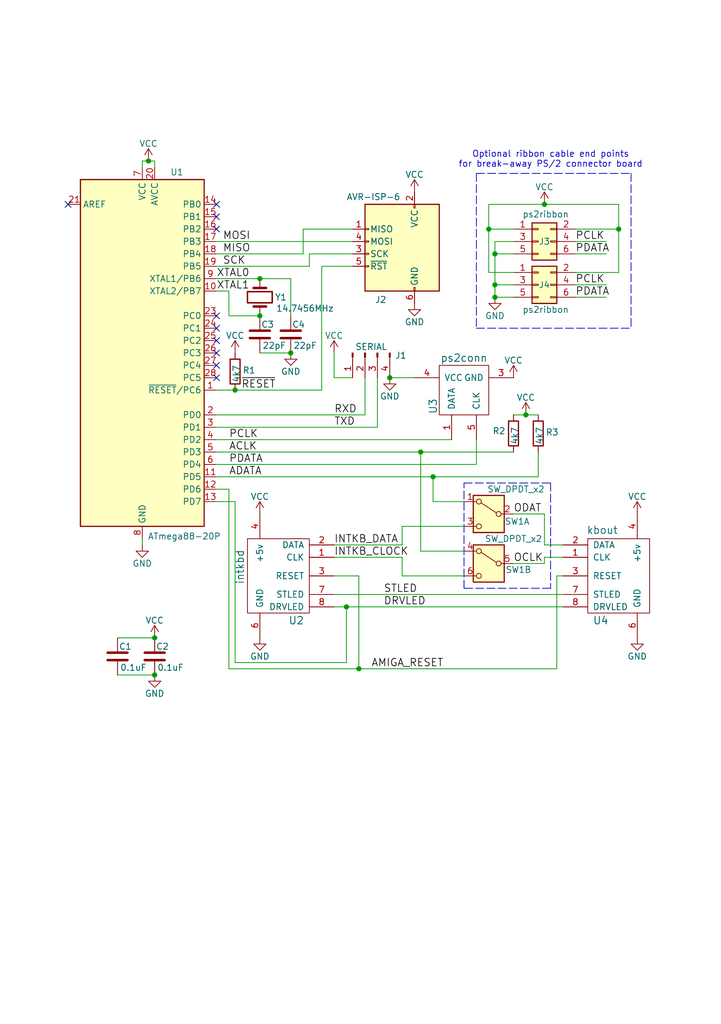
<source format=kicad_sch>
(kicad_sch (version 20231120) (generator "eeschema") (generator_version "8.0")
  (paper "A5" portrait)
  (title_block (title "Amiga A500 - PS/2 keyboard controller") (date "2025-05-20") (rev "2") (company "Mutant Stargoat") (comment 1 "Creative Commons Attribution Share-Alike (CC BY-SA)") (comment 2 "Copyright (C) 2017-2025 John Tsiombikas <nuclear@mutantstargoat.com>"))
  (lib_symbols
    (symbol "Connector:AVR-ISP-6" (pin_names (offset 1.016))
      (property "Reference" "J" (at -6.35 11.43 0))
      (property "Value" "AVR-ISP-6" (at 0 11.43 0))
      (symbol "AVR-ISP-6_0_1"
        (rectangle (start -2.667 -6.858) (end -2.413 -7.62))
        (rectangle (start -2.667 10.16) (end -2.413 9.398))
        (rectangle (start 7.62 -2.413) (end 6.858 -2.667))
        (rectangle (start 7.62 0.127) (end 6.858 -0.127))
        (rectangle (start 7.62 2.667) (end 6.858 2.413))
        (rectangle (start 7.62 5.207) (end 6.858 4.953))
        (rectangle (start 7.62 10.16) (end -7.62 -7.62) (stroke (width 0.254)) (fill (type background)))
      )
      (symbol "AVR-ISP-6_1_1"
        (pin passive line (at 10.16 5.08 180) (length 2.54) (name "MISO") (number "1"))
        (pin passive line (at -2.54 12.7 270) (length 2.54) (name "VCC") (number "2"))
        (pin passive line (at 10.16 0 180) (length 2.54) (name "SCK") (number "3"))
        (pin passive line (at 10.16 2.54 180) (length 2.54) (name "MOSI") (number "4"))
        (pin passive line (at 10.16 -2.54 180) (length 2.54) (name "~{RST}") (number "5"))
        (pin passive line (at -2.54 -10.16 90) (length 2.54) (name "GND") (number "6"))
      )
    )
    (symbol "Connector:Conn_01x04_Pin" (pin_names (offset 1.016) hide)
      (property "Reference" "J" (at 0 5.08 0))
      (property "Value" "Conn_01x04_Pin" (at 0 -7.62 0))
      (symbol "Conn_01x04_Pin_1_1"
        (polyline (pts (xy 1.27 -5.08) (xy 0.8636 -5.08)) (stroke (width 0.1524)))
        (polyline (pts (xy 1.27 -2.54) (xy 0.8636 -2.54)) (stroke (width 0.1524)))
        (polyline (pts (xy 1.27 0) (xy 0.8636 0)) (stroke (width 0.1524)))
        (polyline (pts (xy 1.27 2.54) (xy 0.8636 2.54)) (stroke (width 0.1524)))
        (rectangle (start 0.8636 -4.953) (end 0 -5.207) (stroke (width 0.1524)) (fill (type outline)))
        (rectangle (start 0.8636 -2.413) (end 0 -2.667) (stroke (width 0.1524)) (fill (type outline)))
        (rectangle (start 0.8636 0.127) (end 0 -0.127) (stroke (width 0.1524)) (fill (type outline)))
        (rectangle (start 0.8636 2.667) (end 0 2.413) (stroke (width 0.1524)) (fill (type outline)))
        (pin passive line (at 5.08 2.54 180) (length 3.81) (name "Pin_1") (number "1"))
        (pin passive line (at 5.08 0 180) (length 3.81) (name "Pin_2") (number "2"))
        (pin passive line (at 5.08 -2.54 180) (length 3.81) (name "Pin_3") (number "3"))
        (pin passive line (at 5.08 -5.08 180) (length 3.81) (name "Pin_4") (number "4"))
      )
    )
    (symbol "Connector_Generic:Conn_02x03_Odd_Even" (pin_names (offset 1.016) hide)
      (property "Reference" "J" (at 1.27 5.08 0))
      (property "Value" "Conn_02x03_Odd_Even" (at 1.27 -5.08 0))
      (symbol "Conn_02x03_Odd_Even_1_1"
        (rectangle (start -1.27 -2.413) (end 0 -2.667) (stroke (width 0.1524)))
        (rectangle (start -1.27 0.127) (end 0 -0.127) (stroke (width 0.1524)))
        (rectangle (start -1.27 2.667) (end 0 2.413) (stroke (width 0.1524)))
        (rectangle (start -1.27 3.81) (end 3.81 -3.81) (stroke (width 0.254)) (fill (type background)))
        (rectangle (start 3.81 -2.413) (end 2.54 -2.667) (stroke (width 0.1524)))
        (rectangle (start 3.81 0.127) (end 2.54 -0.127) (stroke (width 0.1524)))
        (rectangle (start 3.81 2.667) (end 2.54 2.413) (stroke (width 0.1524)))
        (pin passive line (at -5.08 2.54 0) (length 3.81) (name "Pin_1") (number "1"))
        (pin passive line (at 7.62 2.54 180) (length 3.81) (name "Pin_2") (number "2"))
        (pin passive line (at -5.08 0 0) (length 3.81) (name "Pin_3") (number "3"))
        (pin passive line (at 7.62 0 180) (length 3.81) (name "Pin_4") (number "4"))
        (pin passive line (at -5.08 -2.54 0) (length 3.81) (name "Pin_5") (number "5"))
        (pin passive line (at 7.62 -2.54 180) (length 3.81) (name "Pin_6") (number "6"))
      )
    )
    (symbol "Device:C" (pin_numbers hide) (pin_names (offset 0.254))
      (property "Reference" "C" (at 0.635 2.54 0))
      (property "Value" "C" (at 0.635 -2.54 0))
      (symbol "C_0_1"
        (polyline (pts (xy -2.032 -0.762) (xy 2.032 -0.762)) (stroke (width 0.508)))
        (polyline (pts (xy -2.032 0.762) (xy 2.032 0.762)) (stroke (width 0.508)))
      )
      (symbol "C_1_1"
        (pin passive line (at 0 3.81 270) (length 2.794) (name "~") (number "1"))
        (pin passive line (at 0 -3.81 90) (length 2.794) (name "~") (number "2"))
      )
    )
    (symbol "Device:Crystal" (pin_numbers hide) (pin_names (offset 1.016) hide)
      (property "Reference" "Y" (at 0 3.81 0))
      (property "Value" "Crystal" (at 0 -3.81 0))
      (symbol "Crystal_0_1"
        (rectangle (start -1.143 2.54) (end 1.143 -2.54) (stroke (width 0.3048)))
        (polyline (pts (xy -2.54 0) (xy -1.905 0)))
        (polyline (pts (xy -1.905 -1.27) (xy -1.905 1.27)) (stroke (width 0.508)))
        (polyline (pts (xy 1.905 -1.27) (xy 1.905 1.27)) (stroke (width 0.508)))
        (polyline (pts (xy 2.54 0) (xy 1.905 0)))
      )
      (symbol "Crystal_1_1"
        (pin passive line (at -3.81 0 0) (length 1.27) (name "1") (number "1"))
        (pin passive line (at 3.81 0 180) (length 1.27) (name "2") (number "2"))
      )
    )
    (symbol "Device:R" (pin_numbers hide) (pin_names (offset 0))
      (property "Reference" "R" (at 2.032 0 90))
      (property "Value" "R" (at 0 0 90))
      (symbol "R_0_1"
        (rectangle (start -1.016 -2.54) (end 1.016 2.54) (stroke (width 0.254)))
      )
      (symbol "R_1_1"
        (pin passive line (at 0 3.81 270) (length 1.27) (name "~") (number "1"))
        (pin passive line (at 0 -3.81 90) (length 1.27) (name "~") (number "2"))
      )
    )
    (symbol "MCU_Microchip_ATmega:ATmega88-20P"
      (property "Reference" "U" (at -12.7 36.83 0))
      (property "Value" "ATmega88-20P" (at 2.54 -36.83 0))
      (symbol "ATmega88-20P_0_1"
        (rectangle (start -12.7 -35.56) (end 12.7 35.56) (stroke (width 0.254)) (fill (type background)))
      )
      (symbol "ATmega88-20P_1_1"
        (pin bidirectional line (at 15.24 -7.62 180) (length 2.54) (name "~{RESET}/PC6") (number "1"))
        (pin bidirectional line (at 15.24 12.7 180) (length 2.54) (name "XTAL2/PB7") (number "10"))
        (pin bidirectional line (at 15.24 -25.4 180) (length 2.54) (name "PD5") (number "11"))
        (pin bidirectional line (at 15.24 -27.94 180) (length 2.54) (name "PD6") (number "12"))
        (pin bidirectional line (at 15.24 -30.48 180) (length 2.54) (name "PD7") (number "13"))
        (pin bidirectional line (at 15.24 30.48 180) (length 2.54) (name "PB0") (number "14"))
        (pin bidirectional line (at 15.24 27.94 180) (length 2.54) (name "PB1") (number "15"))
        (pin bidirectional line (at 15.24 25.4 180) (length 2.54) (name "PB2") (number "16"))
        (pin bidirectional line (at 15.24 22.86 180) (length 2.54) (name "PB3") (number "17"))
        (pin bidirectional line (at 15.24 20.32 180) (length 2.54) (name "PB4") (number "18"))
        (pin bidirectional line (at 15.24 17.78 180) (length 2.54) (name "PB5") (number "19"))
        (pin bidirectional line (at 15.24 -12.7 180) (length 2.54) (name "PD0") (number "2"))
        (pin power_in line (at 2.54 38.1 270) (length 2.54) (name "AVCC") (number "20"))
        (pin passive line (at -15.24 30.48 0) (length 2.54) (name "AREF") (number "21"))
        (pin passive line (at 0 -38.1 90) (length 2.54) hide (name "GND") (number "22"))
        (pin bidirectional line (at 15.24 7.62 180) (length 2.54) (name "PC0") (number "23"))
        (pin bidirectional line (at 15.24 5.08 180) (length 2.54) (name "PC1") (number "24"))
        (pin bidirectional line (at 15.24 2.54 180) (length 2.54) (name "PC2") (number "25"))
        (pin bidirectional line (at 15.24 0 180) (length 2.54) (name "PC3") (number "26"))
        (pin bidirectional line (at 15.24 -2.54 180) (length 2.54) (name "PC4") (number "27"))
        (pin bidirectional line (at 15.24 -5.08 180) (length 2.54) (name "PC5") (number "28"))
        (pin bidirectional line (at 15.24 -15.24 180) (length 2.54) (name "PD1") (number "3"))
        (pin bidirectional line (at 15.24 -17.78 180) (length 2.54) (name "PD2") (number "4"))
        (pin bidirectional line (at 15.24 -20.32 180) (length 2.54) (name "PD3") (number "5"))
        (pin bidirectional line (at 15.24 -22.86 180) (length 2.54) (name "PD4") (number "6"))
        (pin power_in line (at 0 38.1 270) (length 2.54) (name "VCC") (number "7"))
        (pin power_in line (at 0 -38.1 90) (length 2.54) (name "GND") (number "8"))
        (pin bidirectional line (at 15.24 15.24 180) (length 2.54) (name "XTAL1/PB6") (number "9"))
      )
    )
    (symbol "Switch:SW_DPDT_x2" (pin_names (offset 0) hide)
      (property "Reference" "SW" (at 0 5.08 0))
      (property "Value" "SW_DPDT_x2" (at 0 -5.08 0))
      (symbol "SW_DPDT_x2_0_0"
        (circle (center -2.032 0) (radius 0.508))
        (circle (center 2.032 -2.54) (radius 0.508))
      )
      (symbol "SW_DPDT_x2_0_1"
        (rectangle (start -3.175 3.81) (end 3.175 -3.81) (stroke (width 0.254)) (fill (type background)))
        (polyline (pts (xy -1.524 0.254) (xy 1.5748 2.286)))
        (circle (center 2.032 2.54) (radius 0.508))
      )
      (symbol "SW_DPDT_x2_1_1"
        (pin passive line (at 5.08 2.54 180) (length 2.54) (name "A") (number "1"))
        (pin passive line (at -5.08 0 0) (length 2.54) (name "B") (number "2"))
        (pin passive line (at 5.08 -2.54 180) (length 2.54) (name "C") (number "3"))
      )
      (symbol "SW_DPDT_x2_2_1"
        (pin passive line (at 5.08 2.54 180) (length 2.54) (name "A") (number "4"))
        (pin passive line (at -5.08 0 0) (length 2.54) (name "B") (number "5"))
        (pin passive line (at 5.08 -2.54 180) (length 2.54) (name "C") (number "6"))
      )
    )
    (symbol "a500kbd:a500kbd_conn" (pin_names (offset 1.016))
      (property "Reference" "U2" (at -6.35 -10.16 0))
      (property "Value" "intkbd" (at 6.35 1.27 90))
      (symbol "a500kbd_conn_0_1"
        (rectangle (start -7.62 6.35) (end 5.08 -8.89))
      )
      (symbol "a500kbd_conn_1_1"
        (pin passive line (at -12.7 2.54 0) (length 5.08) (name "CLK") (number "1"))
        (pin passive line (at -12.7 5.08 0) (length 5.08) (name "DATA") (number "2"))
        (pin passive line (at -12.7 -1.27 0) (length 5.08) (name "RESET") (number "3"))
        (pin passive line (at 2.54 11.43 270) (length 5.08) (name "+5v") (number "4"))
        (pin no_connect line (at 0 0 90) (length 5.08) hide (name "") (number "5"))
        (pin passive line (at 2.54 -13.97 90) (length 5.08) (name "GND") (number "6"))
        (pin passive line (at -12.7 -5.08 0) (length 5.08) (name "STLED") (number "7"))
        (pin passive line (at -12.7 -7.62 0) (length 5.08) (name "DRVLED") (number "8"))
      )
    )
    (symbol "a500kbd:ps2conn" (pin_names (offset 1.016))
      (property "Reference" "U3" (at -6.35 -6.35 0))
      (property "Value" "ps2conn" (at 3.81 0 90))
      (symbol "ps2conn_0_1"
        (rectangle (start -7.62 5.08) (end 2.54 -5.08))
      )
      (symbol "ps2conn_1_1"
        (pin open_collector line (at -12.7 2.54 0) (length 5.08) (name "DATA") (number "1"))
        (pin no_connect line (at -3.81 -5.08 90) (length 2.54) hide (name "") (number "2"))
        (pin power_out line (at 0 -10.16 90) (length 5.08) (name "GND") (number "3"))
        (pin power_out line (at 0 10.16 270) (length 5.08) (name "VCC") (number "4"))
        (pin open_collector line (at -12.7 -2.54 0) (length 5.08) (name "CLK") (number "5"))
        (pin no_connect line (at -2.54 -5.08 90) (length 2.54) hide (name "") (number "6"))
      )
    )
    (symbol "a500kbd_conn_1" (pin_names (offset 1.016))
      (property "Reference" "U2" (at -6.35 -10.16 0))
      (property "Value" "intkbd" (at 6.35 1.27 90))
      (symbol "a500kbd_conn_1_0_1"
        (rectangle (start -7.62 6.35) (end 5.08 -8.89))
      )
      (symbol "a500kbd_conn_1_1_1"
        (pin passive line (at -12.7 2.54 0) (length 5.08) (name "CLK") (number "1"))
        (pin passive line (at -12.7 5.08 0) (length 5.08) (name "DATA") (number "2"))
        (pin passive line (at -12.7 -1.27 0) (length 5.08) (name "RESET") (number "3"))
        (pin passive line (at 2.54 11.43 270) (length 5.08) (name "+5v") (number "4"))
        (pin no_connect line (at 0 0 90) (length 5.08) hide (name "") (number "5"))
        (pin passive line (at 2.54 -13.97 90) (length 5.08) (name "GND") (number "6"))
        (pin passive line (at -12.7 -5.08 0) (length 5.08) (name "STLED") (number "7"))
        (pin passive line (at -12.7 -7.62 0) (length 5.08) (name "DRVLED") (number "8"))
      )
    )
    (symbol "power:GND" (power) (pin_numbers hide) (pin_names (offset 0) hide)
      (property "Value" "GND" (at 0 -3.81 0))
      (symbol "GND_0_1"
        (polyline (pts (xy 0 0) (xy 0 -1.27) (xy 1.27 -1.27) (xy 0 -2.54) (xy -1.27 -1.27) (xy 0 -1.27)))
      )
      (symbol "GND_1_1"
        (pin power_in line (at 0 0 270) (length 0) (name "~") (number "1"))
      )
    )
    (symbol "power:VCC" (power) (pin_numbers hide) (pin_names (offset 0) hide)
      (property "Value" "VCC" (at 0 3.556 0))
      (symbol "VCC_0_1"
        (polyline (pts (xy -0.762 1.27) (xy 0 2.54)))
        (polyline (pts (xy 0 0) (xy 0 2.54)))
        (polyline (pts (xy 0 2.54) (xy 0.762 1.27)))
      )
      (symbol "VCC_1_1"
        (pin power_in line (at 0 0 90) (length 0) (name "~") (number "1"))
      )
    )
  )
  (junction (at 71.12 124.46))
  (junction (at 101.6 52.07))
  (junction (at 107.95 85.09))
  (junction (at 53.34 64.77))
  (junction (at 53.34 57.15))
  (junction (at 86.36 92.71))
  (junction (at 31.75 130.81))
  (junction (at 48.26 80.01))
  (junction (at 127 46.99))
  (junction (at 111.76 41.91))
  (junction (at 59.69 72.39))
  (junction (at 88.9 97.79))
  (junction (at 30.48 33.02))
  (junction (at 100.33 46.99))
  (junction (at 31.75 138.43))
  (junction (at 101.6 60.96))
  (junction (at 101.6 58.42))
  (junction (at 73.66 137.16))
  (junction (at 80.01 77.47))
  (no_connect (at 44.45 77.47))
  (no_connect (at 44.45 69.85))
  (no_connect (at 44.45 46.99))
  (no_connect (at 44.45 64.77))
  (no_connect (at 44.45 44.45))
  (no_connect (at 13.97 41.91))
  (no_connect (at 44.45 41.91))
  (no_connect (at 44.45 72.39))
  (no_connect (at 44.45 74.93))
  (no_connect (at 44.45 67.31))
  (wire (pts (xy 44.45 97.79) (xy 88.9 97.79)))
  (wire (pts (xy 107.95 85.09) (xy 110.49 85.09)))
  (wire (pts (xy 63.5 52.07) (xy 72.39 52.07)))
  (wire (pts (xy 82.55 111.76) (xy 82.55 107.95)))
  (wire (pts (xy 44.45 92.71) (xy 86.36 92.71)))
  (wire (pts (xy 114.3 137.16) (xy 73.66 137.16)))
  (polyline (pts (xy 113.03 120.65) (xy 95.25 120.65)) (stroke (width 0) (type dash)))
  (wire (pts (xy 68.58 114.3) (xy 82.55 114.3)))
  (polyline (pts (xy 95.25 99.06) (xy 113.03 99.06)) (stroke (width 0) (type dash)))
  (wire (pts (xy 72.39 77.47) (xy 68.58 77.47)))
  (polyline (pts (xy 97.79 35.56) (xy 97.79 67.31)) (stroke (width 0) (type dash)))
  (wire (pts (xy 44.45 85.09) (xy 74.93 85.09)))
  (wire (pts (xy 88.9 102.87) (xy 95.25 102.87)))
  (wire (pts (xy 82.55 114.3) (xy 82.55 118.11)))
  (wire (pts (xy 118.11 52.07) (xy 124.46 52.07)))
  (wire (pts (xy 105.41 105.41) (xy 111.76 105.41)))
  (wire (pts (xy 105.41 52.07) (xy 101.6 52.07)))
  (wire (pts (xy 29.21 111.76) (xy 29.21 110.49)))
  (polyline (pts (xy 97.79 67.31) (xy 129.54 67.31)) (stroke (width 0) (type dash)))
  (wire (pts (xy 82.55 107.95) (xy 95.25 107.95)))
  (wire (pts (xy 44.45 49.53) (xy 72.39 49.53)))
  (polyline (pts (xy 97.79 35.56) (xy 129.54 35.56)) (stroke (width 0) (type dash)))
  (wire (pts (xy 101.6 49.53) (xy 101.6 52.07)))
  (wire (pts (xy 44.45 57.15) (xy 53.34 57.15)))
  (wire (pts (xy 82.55 118.11) (xy 95.25 118.11)))
  (wire (pts (xy 111.76 111.76) (xy 115.57 111.76)))
  (wire (pts (xy 127 55.88) (xy 127 46.99)))
  (wire (pts (xy 68.58 77.47) (xy 68.58 72.39)))
  (wire (pts (xy 118.11 46.99) (xy 127 46.99)))
  (polyline (pts (xy 95.25 120.65) (xy 95.25 99.06)) (stroke (width 0) (type dash)))
  (wire (pts (xy 114.3 137.16) (xy 114.3 118.11)))
  (wire (pts (xy 30.48 33.02) (xy 31.75 33.02)))
  (wire (pts (xy 46.99 100.33) (xy 46.99 137.16)))
  (wire (pts (xy 111.76 105.41) (xy 111.76 111.76)))
  (wire (pts (xy 63.5 54.61) (xy 63.5 52.07)))
  (wire (pts (xy 100.33 46.99) (xy 100.33 41.91)))
  (wire (pts (xy 110.49 97.79) (xy 110.49 92.71)))
  (wire (pts (xy 29.21 34.29) (xy 29.21 33.02)))
  (wire (pts (xy 114.3 118.11) (xy 115.57 118.11)))
  (wire (pts (xy 111.76 114.3) (xy 115.57 114.3)))
  (wire (pts (xy 62.23 46.99) (xy 62.23 52.07)))
  (wire (pts (xy 44.45 102.87) (xy 48.26 102.87)))
  (wire (pts (xy 127 41.91) (xy 127 46.99)))
  (wire (pts (xy 105.41 85.09) (xy 107.95 85.09)))
  (wire (pts (xy 73.66 118.11) (xy 68.58 118.11)))
  (wire (pts (xy 100.33 55.88) (xy 105.41 55.88)))
  (wire (pts (xy 77.47 87.63) (xy 77.47 77.47)))
  (wire (pts (xy 105.41 115.57) (xy 111.76 115.57)))
  (wire (pts (xy 97.79 90.17) (xy 97.79 95.25)))
  (wire (pts (xy 86.36 113.03) (xy 95.25 113.03)))
  (polyline (pts (xy 129.54 35.56) (xy 129.54 67.31)) (stroke (width 0) (type dash)))
  (wire (pts (xy 66.04 54.61) (xy 72.39 54.61)))
  (wire (pts (xy 48.26 102.87) (xy 48.26 135.89)))
  (wire (pts (xy 71.12 135.89) (xy 71.12 124.46)))
  (wire (pts (xy 68.58 121.92) (xy 115.57 121.92)))
  (wire (pts (xy 44.45 87.63) (xy 77.47 87.63)))
  (wire (pts (xy 44.45 100.33) (xy 46.99 100.33)))
  (wire (pts (xy 118.11 55.88) (xy 127 55.88)))
  (wire (pts (xy 24.13 138.43) (xy 31.75 138.43)))
  (wire (pts (xy 53.34 57.15) (xy 59.69 57.15)))
  (wire (pts (xy 118.11 49.53) (xy 124.46 49.53)))
  (wire (pts (xy 68.58 124.46) (xy 71.12 124.46)))
  (wire (pts (xy 73.66 137.16) (xy 73.66 118.11)))
  (wire (pts (xy 80.01 77.47) (xy 85.09 77.47)))
  (wire (pts (xy 46.99 64.77) (xy 46.99 59.69)))
  (wire (pts (xy 48.26 135.89) (xy 71.12 135.89)))
  (wire (pts (xy 53.34 72.39) (xy 59.69 72.39)))
  (wire (pts (xy 118.11 60.96) (xy 124.46 60.96)))
  (wire (pts (xy 62.23 46.99) (xy 72.39 46.99)))
  (wire (pts (xy 48.26 80.01) (xy 66.04 80.01)))
  (wire (pts (xy 44.45 80.01) (xy 48.26 80.01)))
  (wire (pts (xy 100.33 46.99) (xy 100.33 55.88)))
  (polyline (pts (xy 113.03 99.06) (xy 113.03 120.65)) (stroke (width 0) (type dash)))
  (wire (pts (xy 44.45 90.17) (xy 92.71 90.17)))
  (wire (pts (xy 62.23 52.07) (xy 44.45 52.07)))
  (wire (pts (xy 44.45 54.61) (xy 63.5 54.61)))
  (wire (pts (xy 59.69 57.15) (xy 59.69 64.77)))
  (wire (pts (xy 86.36 92.71) (xy 86.36 113.03)))
  (wire (pts (xy 24.13 130.81) (xy 31.75 130.81)))
  (wire (pts (xy 100.33 41.91) (xy 111.76 41.91)))
  (wire (pts (xy 53.34 64.77) (xy 46.99 64.77)))
  (wire (pts (xy 73.66 137.16) (xy 46.99 137.16)))
  (wire (pts (xy 111.76 115.57) (xy 111.76 114.3)))
  (wire (pts (xy 88.9 97.79) (xy 110.49 97.79)))
  (wire (pts (xy 101.6 58.42) (xy 101.6 60.96)))
  (wire (pts (xy 86.36 92.71) (xy 105.41 92.71)))
  (wire (pts (xy 46.99 59.69) (xy 44.45 59.69)))
  (wire (pts (xy 105.41 49.53) (xy 101.6 49.53)))
  (wire (pts (xy 97.79 95.25) (xy 44.45 95.25)))
  (wire (pts (xy 118.11 58.42) (xy 124.46 58.42)))
  (wire (pts (xy 105.41 46.99) (xy 100.33 46.99)))
  (wire (pts (xy 66.04 54.61) (xy 66.04 80.01)))
  (wire (pts (xy 101.6 60.96) (xy 105.41 60.96)))
  (wire (pts (xy 88.9 97.79) (xy 88.9 102.87)))
  (wire (pts (xy 68.58 111.76) (xy 82.55 111.76)))
  (wire (pts (xy 111.76 41.91) (xy 127 41.91)))
  (wire (pts (xy 29.21 33.02) (xy 30.48 33.02)))
  (wire (pts (xy 71.12 124.46) (xy 115.57 124.46)))
  (wire (pts (xy 101.6 52.07) (xy 101.6 58.42)))
  (wire (pts (xy 101.6 58.42) (xy 105.41 58.42)))
  (wire (pts (xy 31.75 33.02) (xy 31.75 34.29)))
  (wire (pts (xy 74.93 85.09) (xy 74.93 77.47)))
  (text "Optional ribbon cable end points\nfor break-away PS/2 connector board" (at 113.03 32.766 0) (effects (font (size 1.27 1.27))))
  (label "PDATA" (at 118.11 52.07 0) (effects (font (size 1.524 1.524))))
  (label "PCLK" (at 118.11 58.42 0) (effects (font (size 1.524 1.524))))
  (label "ACLK" (at 46.99 92.71 0) (effects (font (size 1.524 1.524))))
  (label "TXD" (at 68.58 87.63 0) (effects (font (size 1.524 1.524))))
  (label "ADATA" (at 46.99 97.79 0) (effects (font (size 1.524 1.524))))
  (label "XTAL1" (at 44.45 59.69 0) (effects (font (size 1.524 1.524))))
  (label "~{RESET}" (at 49.53 80.01 0) (effects (font (size 1.524 1.524))))
  (label "MOSI" (at 45.72 49.53 0) (effects (font (size 1.524 1.524))))
  (label "SCK" (at 45.72 54.61 0) (effects (font (size 1.524 1.524))))
  (label "AMIGA_RESET" (at 76.2 137.16 0) (effects (font (size 1.524 1.524))))
  (label "RXD" (at 68.58 85.09 0) (effects (font (size 1.524 1.524))))
  (label "PDATA" (at 46.99 95.25 0) (effects (font (size 1.524 1.524))))
  (label "PCLK" (at 118.11 49.53 0) (effects (font (size 1.524 1.524))))
  (label "ODAT" (at 105.41 105.41 0) (effects (font (size 1.524 1.524))))
  (label "OCLK" (at 105.41 115.57 0) (effects (font (size 1.524 1.524))))
  (label "INTKB_DATA" (at 68.58 111.76 0) (effects (font (size 1.524 1.524))))
  (label "XTAL0" (at 44.45 57.15 0) (effects (font (size 1.524 1.524))))
  (label "MISO" (at 45.72 52.07 0) (effects (font (size 1.524 1.524))))
  (label "PCLK" (at 46.99 90.17 0) (effects (font (size 1.524 1.524))))
  (label "STLED" (at 78.74 121.92 0) (effects (font (size 1.524 1.524))))
  (label "DRVLED" (at 78.74 124.46 0) (effects (font (size 1.524 1.524))))
  (label "PDATA" (at 118.11 60.96 0) (effects (font (size 1.524 1.524))))
  (label "INTKB_CLOCK" (at 68.58 114.3 0) (effects (font (size 1.524 1.524))))
  (symbol (lib_id "power:GND") (at 80.01 77.47 0) (unit 1)
    (property "Reference" "#PWR010" (effects (hide yes)))
    (property "Value" "GND" (at 80.01 81.28 0))
    (property "Description" "Power symbol creates a global label with name \"GND\" , ground" (effects (hide yes)))
  )
  (symbol (lib_id "power:GND") (at 59.69 72.39 0) (unit 1)
    (property "Reference" "#PWR08" (effects (hide yes)))
    (property "Value" "GND" (at 59.69 76.2 0))
    (property "Description" "Power symbol creates a global label with name \"GND\" , ground" (effects (hide yes)))
  )
  (symbol (lib_id "power:VCC") (at 105.41 77.47 0) (unit 1)
    (property "Reference" "#PWR014" (effects (hide yes)))
    (property "Value" "VCC" (at 105.41 73.914 0))
    (property "Description" "Power symbol creates a global label with name \"VCC\"" (effects (hide yes)))
  )
  (symbol (lib_name "a500kbd_conn_1") (lib_id "a500kbd:a500kbd_conn") (at 55.88 116.84 0) (mirror y) (unit 1)
    (property "Reference" "U2" (at 62.484 127.254 0) (effects (font (size 1.524 1.524)) (justify left)))
    (property "Value" "intkbd" (at 49.276 119.888 90) (effects (font (size 1.524 1.524)) (justify left)))
    (property "Footprint" "Connector_PinHeader_2.54mm:PinHeader_1x08_P2.54mm_Vertical" (effects (hide yes)))
  )
  (symbol (lib_id "power:VCC") (at 68.58 72.39 0) (unit 1)
    (property "Reference" "#PWR09" (effects (hide yes)))
    (property "Value" "VCC" (at 68.58 68.834 0))
    (property "Description" "Power symbol creates a global label with name \"VCC\"" (effects (hide yes)))
  )
  (symbol (lib_id "power:VCC") (at 111.76 41.91 0) (unit 1)
    (property "Reference" "#PWR016" (effects (hide yes)))
    (property "Value" "VCC" (at 111.76 38.354 0))
    (property "Description" "Power symbol creates a global label with name \"VCC\"" (effects (hide yes)))
  )
  (symbol (lib_id "Switch:SW_DPDT_x2") (at 100.33 115.57 0) (mirror y) (unit 2)
    (property "Reference" "SW1" (at 106.426 116.84 0))
    (property "Value" "SW_DPDT_x2" (at 105.41 110.49 0))
    (property "Footprint" "a500kbd:kbswitch" (effects (hide yes)))
    (property "Description" "Switch, dual pole double throw, separate symbols" (effects (hide yes)))
  )
  (symbol (lib_id "power:VCC") (at 31.75 130.81 0) (unit 1)
    (property "Reference" "#PWR03" (effects (hide yes)))
    (property "Value" "VCC" (at 31.75 127.254 0))
    (property "Description" "Power symbol creates a global label with name \"VCC\"" (effects (hide yes)))
  )
  (symbol (lib_id "Device:C") (at 59.69 68.58 0) (unit 1)
    (property "Reference" "C4" (at 59.944 66.548 0) (effects (justify left)))
    (property "Value" "22pF" (at 60.198 70.866 0) (effects (justify left)))
    (property "Footprint" "Capacitor_THT:C_Disc_D3.0mm_W2.0mm_P2.50mm" (effects (hide yes)))
    (property "Description" "Unpolarized capacitor" (effects (hide yes)))
  )
  (symbol (lib_id "power:VCC") (at 30.48 33.02 0) (unit 1)
    (property "Reference" "#PWR02" (effects (hide yes)))
    (property "Value" "VCC" (at 30.48 29.464 0))
    (property "Description" "Power symbol creates a global label with name \"VCC\"" (effects (hide yes)))
  )
  (symbol (lib_id "power:VCC") (at 85.09 39.37 0) (unit 1)
    (property "Reference" "#PWR011" (effects (hide yes)))
    (property "Value" "VCC" (at 85.09 35.814 0))
    (property "Description" "Power symbol creates a global label with name \"VCC\"" (effects (hide yes)))
  )
  (symbol (lib_id "power:VCC") (at 53.34 105.41 0) (unit 1)
    (property "Reference" "#PWR06" (effects (hide yes)))
    (property "Value" "VCC" (at 53.34 101.854 0))
    (property "Description" "Power symbol creates a global label with name \"VCC\"" (effects (hide yes)))
  )
  (symbol (lib_id "Connector:AVR-ISP-6") (at 82.55 52.07 0) (mirror y) (unit 1)
    (property "Reference" "J2" (at 76.962 61.468 0) (effects (justify right)))
    (property "Value" "AVR-ISP-6" (at 71.12 40.386 0) (effects (justify right)))
    (property "Footprint" "Connector_IDC:IDC-Header_2x03_P2.54mm_Vertical" (effects (hide yes)))
    (property "Datasheet" " ~" (effects (hide yes)))
    (property "Description" "Atmel 6-pin ISP connector" (effects (hide yes)))
  )
  (symbol (lib_id "Device:Crystal") (at 53.34 60.96 90) (unit 1)
    (property "Reference" "Y1" (at 56.388 60.96 90) (effects (justify right)))
    (property "Value" "14.7456MHz" (at 56.642 63.246 90) (effects (justify right)))
    (property "Footprint" "Crystal:Crystal_HC49-U_Vertical" (effects (hide yes)))
    (property "Description" "Two pin crystal" (effects (hide yes)))
  )
  (symbol (lib_id "a500kbd:a500kbd_conn") (at 128.27 116.84 0) (unit 1)
    (property "Reference" "U4" (at 121.666 127.254 0) (effects (font (size 1.524 1.524)) (justify left)))
    (property "Value" "kbout" (at 120.396 108.712 0) (effects (font (size 1.524 1.524)) (justify left)))
    (property "Footprint" "Connector_PinHeader_2.54mm:PinHeader_1x08_P2.54mm_Vertical" (effects (hide yes)))
  )
  (symbol (lib_id "Switch:SW_DPDT_x2") (at 100.33 105.41 0) (mirror y) (unit 1)
    (property "Reference" "SW1" (at 106.172 106.934 0))
    (property "Value" "SW_DPDT_x2" (at 105.918 100.33 0))
    (property "Footprint" "a500kbd:kbswitch" (effects (hide yes)))
    (property "Description" "Switch, dual pole double throw, separate symbols" (effects (hide yes)))
  )
  (symbol (lib_id "Connector_Generic:Conn_02x03_Odd_Even") (at 110.49 49.53 0) (unit 1)
    (property "Reference" "J3" (at 111.76 49.53 0))
    (property "Value" "ps2ribbon" (at 112.014 43.942 0))
    (property "Footprint" "Connector_IDC:IDC-Header_2x03_P2.54mm_Vertical" (effects (hide yes)))
    (property "Description" "Generic connector, double row, 02x03, odd/even pin numbering scheme (row 1 odd numbers, row 2 even numbers), script generated (kicad-library-utils/schlib/autogen/connector/)" (effects (hide yes)))
  )
  (symbol (lib_id "Device:C") (at 53.34 68.58 0) (unit 1)
    (property "Reference" "C3" (at 53.594 66.548 0) (effects (justify left)))
    (property "Value" "22pF" (at 53.848 70.866 0) (effects (justify left)))
    (property "Footprint" "Capacitor_THT:C_Disc_D3.0mm_W2.0mm_P2.50mm" (effects (hide yes)))
    (property "Description" "Unpolarized capacitor" (effects (hide yes)))
  )
  (symbol (lib_id "power:GND") (at 85.09 62.23 0) (unit 1)
    (property "Reference" "#PWR012" (effects (hide yes)))
    (property "Value" "GND" (at 85.09 66.04 0))
    (property "Description" "Power symbol creates a global label with name \"GND\" , ground" (effects (hide yes)))
  )
  (symbol (lib_id "power:VCC") (at 48.26 72.39 0) (unit 1)
    (property "Reference" "#PWR05" (effects (hide yes)))
    (property "Value" "VCC" (at 48.26 68.834 0))
    (property "Description" "Power symbol creates a global label with name \"VCC\"" (effects (hide yes)))
  )
  (symbol (lib_id "power:VCC") (at 107.95 85.09 0) (unit 1)
    (property "Reference" "#PWR015" (effects (hide yes)))
    (property "Value" "VCC" (at 107.95 81.534 0))
    (property "Description" "Power symbol creates a global label with name \"VCC\"" (effects (hide yes)))
  )
  (symbol (lib_id "power:GND") (at 53.34 130.81 0) (unit 1)
    (property "Reference" "#PWR07" (effects (hide yes)))
    (property "Value" "GND" (at 53.34 134.62 0))
    (property "Description" "Power symbol creates a global label with name \"GND\" , ground" (effects (hide yes)))
  )
  (symbol (lib_id "a500kbd:ps2conn") (at 95.25 77.47 90) (unit 1)
    (property "Reference" "U3" (at 88.9 83.312 0) (effects (font (size 1.524 1.524))))
    (property "Value" "ps2conn" (at 95.25 73.406 90) (effects (font (size 1.524 1.524))))
    (property "Footprint" "a500kbd:minidin6" (effects (hide yes)))
  )
  (symbol (lib_id "Connector:Conn_01x04_Pin") (at 74.93 72.39 90) (mirror x) (unit 1)
    (property "Reference" "J1" (at 82.296 72.898 90))
    (property "Value" "SERIAL" (at 76.2 71.12 90))
    (property "Footprint" "Connector_PinHeader_2.54mm:PinHeader_1x04_P2.54mm_Horizontal" (effects (hide yes)))
    (property "Description" "Generic connector, single row, 01x04, script generated" (effects (hide yes)))
  )
  (symbol (lib_id "Device:R") (at 48.26 76.2 0) (unit 1)
    (property "Reference" "R1" (at 49.784 75.946 0) (effects (justify left)))
    (property "Value" "4k7" (at 48.514 78.486 90) (effects (justify left)))
    (property "Footprint" "Resistor_THT:R_Axial_DIN0207_L6.3mm_D2.5mm_P10.16mm_Horizontal" (effects (hide yes)))
    (property "Description" "Resistor" (effects (hide yes)))
  )
  (symbol (lib_id "MCU_Microchip_ATmega:ATmega88-20P") (at 29.21 72.39 0) (unit 1)
    (property "Reference" "U1" (at 36.322 35.306 0))
    (property "Value" "ATmega88-20P" (at 37.846 109.982 0))
    (property "Footprint" "Package_DIP:DIP-28_W7.62mm" (effects (hide yes)))
    (property "Datasheet" "http://ww1.microchip.com/downloads/en/DeviceDoc/Atmel-2545-8-bit-AVR-Microcontroller-ATmega48-88-168_Datasheet.pdf" (effects (hide yes)))
    (property "Description" "20MHz, 8kB Flash, 1kB SRAM, 512B EEPROM, DIP-28" (effects (hide yes)))
  )
  (symbol (lib_id "Device:C") (at 24.13 134.62 0) (unit 1)
    (property "Reference" "C1" (at 24.384 132.588 0) (effects (justify left)))
    (property "Value" "0.1uF" (at 24.638 136.906 0) (effects (justify left)))
    (property "Footprint" "Capacitor_THT:C_Disc_D3.0mm_W2.0mm_P2.50mm" (effects (hide yes)))
    (property "Description" "Unpolarized capacitor" (effects (hide yes)))
  )
  (symbol (lib_id "Device:R") (at 110.49 88.9 0) (unit 1)
    (property "Reference" "R3" (at 112.014 88.646 0) (effects (justify left)))
    (property "Value" "4k7" (at 110.744 91.186 90) (effects (justify left)))
    (property "Footprint" "Resistor_THT:R_Axial_DIN0207_L6.3mm_D2.5mm_P10.16mm_Horizontal" (effects (hide yes)))
    (property "Description" "Resistor" (effects (hide yes)))
  )
  (symbol (lib_id "Connector_Generic:Conn_02x03_Odd_Even") (at 110.49 58.42 0) (unit 1)
    (property "Reference" "J4" (at 111.76 58.42 0))
    (property "Value" "ps2ribbon" (at 112.014 63.5 0))
    (property "Footprint" "Connector_IDC:IDC-Header_2x03_P2.54mm_Vertical" (effects (hide yes)))
    (property "Description" "Generic connector, double row, 02x03, odd/even pin numbering scheme (row 1 odd numbers, row 2 even numbers), script generated (kicad-library-utils/schlib/autogen/connector/)" (effects (hide yes)))
  )
  (symbol (lib_id "power:GND") (at 130.81 130.81 0) (unit 1)
    (property "Reference" "#PWR018" (effects (hide yes)))
    (property "Value" "GND" (at 130.81 134.62 0))
    (property "Description" "Power symbol creates a global label with name \"GND\" , ground" (effects (hide yes)))
  )
  (symbol (lib_id "power:GND") (at 29.21 111.76 0) (unit 1)
    (property "Reference" "#PWR01" (effects (hide yes)))
    (property "Value" "GND" (at 29.21 115.57 0))
    (property "Description" "Power symbol creates a global label with name \"GND\" , ground" (effects (hide yes)))
  )
  (symbol (lib_id "power:VCC") (at 130.81 105.41 0) (unit 1)
    (property "Reference" "#PWR017" (effects (hide yes)))
    (property "Value" "VCC" (at 130.81 101.854 0))
    (property "Description" "Power symbol creates a global label with name \"VCC\"" (effects (hide yes)))
  )
  (symbol (lib_id "power:GND") (at 101.6 60.96 0) (unit 1)
    (property "Reference" "#PWR013" (effects (hide yes)))
    (property "Value" "GND" (at 101.6 64.77 0))
    (property "Description" "Power symbol creates a global label with name \"GND\" , ground" (effects (hide yes)))
  )
  (symbol (lib_id "power:GND") (at 31.75 138.43 0) (unit 1)
    (property "Reference" "#PWR04" (effects (hide yes)))
    (property "Value" "GND" (at 31.75 142.24 0))
    (property "Description" "Power symbol creates a global label with name \"GND\" , ground" (effects (hide yes)))
  )
  (symbol (lib_id "Device:R") (at 105.41 88.9 0) (unit 1)
    (property "Reference" "R2" (at 101.092 88.392 0) (effects (justify left)))
    (property "Value" "4k7" (at 105.664 91.186 90) (effects (justify left)))
    (property "Footprint" "Resistor_THT:R_Axial_DIN0207_L6.3mm_D2.5mm_P10.16mm_Horizontal" (effects (hide yes)))
    (property "Description" "Resistor" (effects (hide yes)))
  )
  (symbol (lib_id "Device:C") (at 31.75 134.62 0) (unit 1)
    (property "Reference" "C2" (at 32.004 132.588 0) (effects (justify left)))
    (property "Value" "0.1uF" (at 32.258 136.906 0) (effects (justify left)))
    (property "Footprint" "Capacitor_THT:C_Disc_D3.0mm_W2.0mm_P2.50mm" (effects (hide yes)))
    (property "Description" "Unpolarized capacitor" (effects (hide yes)))
  )
)
</source>
